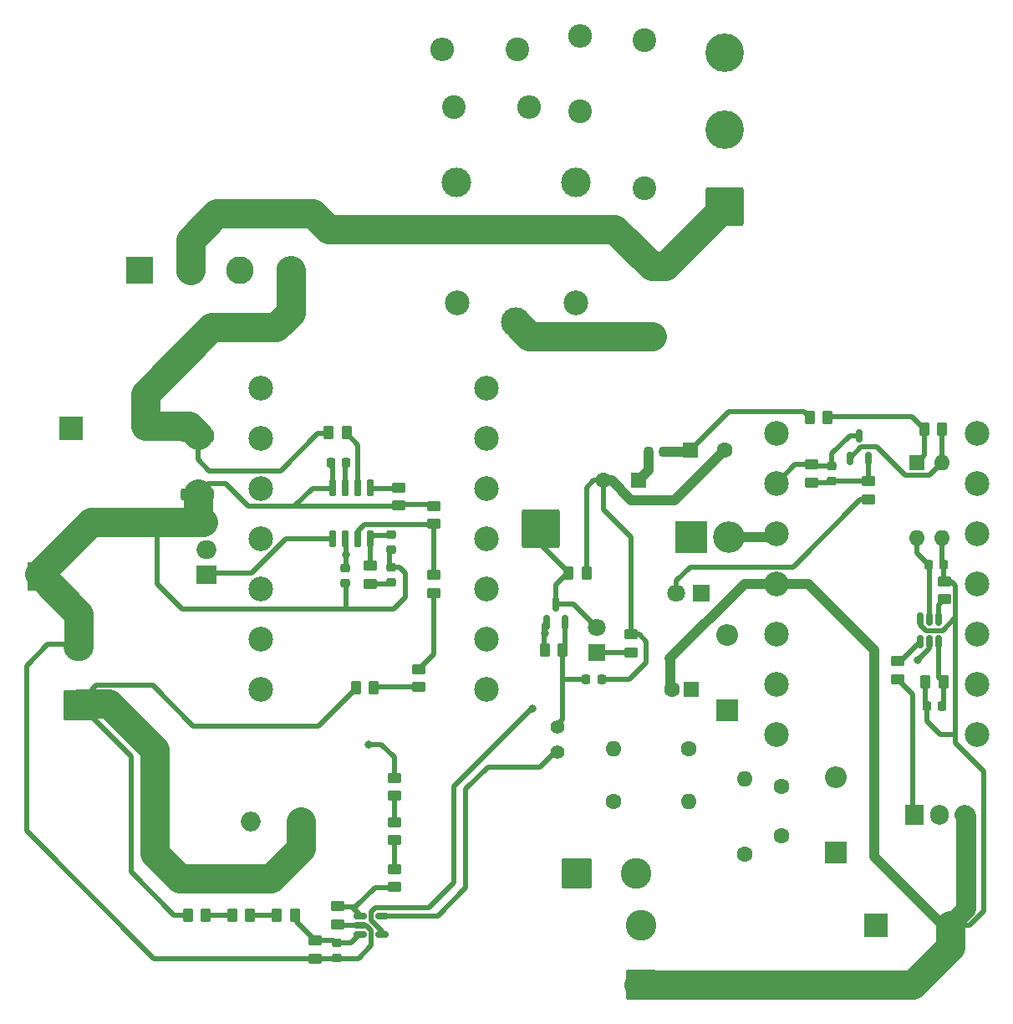
<source format=gbr>
%TF.GenerationSoftware,KiCad,Pcbnew,7.0.6-7.0.6~ubuntu22.04.1*%
%TF.CreationDate,2023-08-07T15:18:18+03:00*%
%TF.ProjectId,supply-uv,73757070-6c79-42d7-9576-2e6b69636164,rev?*%
%TF.SameCoordinates,Original*%
%TF.FileFunction,Copper,L2,Bot*%
%TF.FilePolarity,Positive*%
%FSLAX46Y46*%
G04 Gerber Fmt 4.6, Leading zero omitted, Abs format (unit mm)*
G04 Created by KiCad (PCBNEW 7.0.6-7.0.6~ubuntu22.04.1) date 2023-08-07 15:18:18*
%MOMM*%
%LPD*%
G01*
G04 APERTURE LIST*
G04 Aperture macros list*
%AMRoundRect*
0 Rectangle with rounded corners*
0 $1 Rounding radius*
0 $2 $3 $4 $5 $6 $7 $8 $9 X,Y pos of 4 corners*
0 Add a 4 corners polygon primitive as box body*
4,1,4,$2,$3,$4,$5,$6,$7,$8,$9,$2,$3,0*
0 Add four circle primitives for the rounded corners*
1,1,$1+$1,$2,$3*
1,1,$1+$1,$4,$5*
1,1,$1+$1,$6,$7*
1,1,$1+$1,$8,$9*
0 Add four rect primitives between the rounded corners*
20,1,$1+$1,$2,$3,$4,$5,0*
20,1,$1+$1,$4,$5,$6,$7,0*
20,1,$1+$1,$6,$7,$8,$9,0*
20,1,$1+$1,$8,$9,$2,$3,0*%
G04 Aperture macros list end*
%TA.AperFunction,ComponentPad*%
%ADD10O,2.400000X2.400000*%
%TD*%
%TA.AperFunction,ComponentPad*%
%ADD11C,2.400000*%
%TD*%
%TA.AperFunction,ComponentPad*%
%ADD12R,1.600000X1.600000*%
%TD*%
%TA.AperFunction,ComponentPad*%
%ADD13C,1.600000*%
%TD*%
%TA.AperFunction,ComponentPad*%
%ADD14R,1.905000X2.000000*%
%TD*%
%TA.AperFunction,ComponentPad*%
%ADD15O,1.905000X2.000000*%
%TD*%
%TA.AperFunction,ComponentPad*%
%ADD16R,2.800000X2.800000*%
%TD*%
%TA.AperFunction,ComponentPad*%
%ADD17C,2.800000*%
%TD*%
%TA.AperFunction,ComponentPad*%
%ADD18R,3.000000X3.000000*%
%TD*%
%TA.AperFunction,ComponentPad*%
%ADD19O,1.600000X1.600000*%
%TD*%
%TA.AperFunction,ComponentPad*%
%ADD20R,2.000000X2.000000*%
%TD*%
%TA.AperFunction,ComponentPad*%
%ADD21O,2.000000X2.000000*%
%TD*%
%TA.AperFunction,ComponentPad*%
%ADD22R,1.800000X1.800000*%
%TD*%
%TA.AperFunction,ComponentPad*%
%ADD23C,1.800000*%
%TD*%
%TA.AperFunction,ComponentPad*%
%ADD24R,2.200000X2.200000*%
%TD*%
%TA.AperFunction,ComponentPad*%
%ADD25O,2.200000X2.200000*%
%TD*%
%TA.AperFunction,ComponentPad*%
%ADD26R,2.400000X2.400000*%
%TD*%
%TA.AperFunction,ComponentPad*%
%ADD27R,2.000000X1.905000*%
%TD*%
%TA.AperFunction,ComponentPad*%
%ADD28O,2.000000X1.905000*%
%TD*%
%TA.AperFunction,ComponentPad*%
%ADD29C,2.500000*%
%TD*%
%TA.AperFunction,ComponentPad*%
%ADD30RoundRect,0.249999X1.300001X-1.300001X1.300001X1.300001X-1.300001X1.300001X-1.300001X-1.300001X0*%
%TD*%
%TA.AperFunction,ComponentPad*%
%ADD31C,3.100000*%
%TD*%
%TA.AperFunction,ComponentPad*%
%ADD32RoundRect,0.250002X-1.699998X-1.699998X1.699998X-1.699998X1.699998X1.699998X-1.699998X1.699998X0*%
%TD*%
%TA.AperFunction,ComponentPad*%
%ADD33RoundRect,0.250002X1.699998X-1.699998X1.699998X1.699998X-1.699998X1.699998X-1.699998X-1.699998X0*%
%TD*%
%TA.AperFunction,ComponentPad*%
%ADD34C,3.900000*%
%TD*%
%TA.AperFunction,ComponentPad*%
%ADD35R,3.200000X3.200000*%
%TD*%
%TA.AperFunction,ComponentPad*%
%ADD36O,3.200000X3.200000*%
%TD*%
%TA.AperFunction,ComponentPad*%
%ADD37RoundRect,0.249999X-1.300001X-1.300001X1.300001X-1.300001X1.300001X1.300001X-1.300001X1.300001X0*%
%TD*%
%TA.AperFunction,ComponentPad*%
%ADD38C,1.400000*%
%TD*%
%TA.AperFunction,ComponentPad*%
%ADD39C,3.000000*%
%TD*%
%TA.AperFunction,SMDPad,CuDef*%
%ADD40RoundRect,0.225000X-0.250000X0.225000X-0.250000X-0.225000X0.250000X-0.225000X0.250000X0.225000X0*%
%TD*%
%TA.AperFunction,SMDPad,CuDef*%
%ADD41RoundRect,0.250000X-0.262500X-0.450000X0.262500X-0.450000X0.262500X0.450000X-0.262500X0.450000X0*%
%TD*%
%TA.AperFunction,SMDPad,CuDef*%
%ADD42RoundRect,0.250000X0.262500X0.450000X-0.262500X0.450000X-0.262500X-0.450000X0.262500X-0.450000X0*%
%TD*%
%TA.AperFunction,SMDPad,CuDef*%
%ADD43RoundRect,0.250000X0.450000X-0.262500X0.450000X0.262500X-0.450000X0.262500X-0.450000X-0.262500X0*%
%TD*%
%TA.AperFunction,SMDPad,CuDef*%
%ADD44RoundRect,0.250000X-0.450000X0.262500X-0.450000X-0.262500X0.450000X-0.262500X0.450000X0.262500X0*%
%TD*%
%TA.AperFunction,SMDPad,CuDef*%
%ADD45RoundRect,0.150000X-0.150000X0.725000X-0.150000X-0.725000X0.150000X-0.725000X0.150000X0.725000X0*%
%TD*%
%TA.AperFunction,SMDPad,CuDef*%
%ADD46RoundRect,0.225000X0.225000X0.250000X-0.225000X0.250000X-0.225000X-0.250000X0.225000X-0.250000X0*%
%TD*%
%TA.AperFunction,SMDPad,CuDef*%
%ADD47RoundRect,0.218750X0.218750X0.256250X-0.218750X0.256250X-0.218750X-0.256250X0.218750X-0.256250X0*%
%TD*%
%TA.AperFunction,SMDPad,CuDef*%
%ADD48RoundRect,0.150000X-0.512500X-0.150000X0.512500X-0.150000X0.512500X0.150000X-0.512500X0.150000X0*%
%TD*%
%TA.AperFunction,SMDPad,CuDef*%
%ADD49RoundRect,0.225000X-0.225000X-0.250000X0.225000X-0.250000X0.225000X0.250000X-0.225000X0.250000X0*%
%TD*%
%TA.AperFunction,SMDPad,CuDef*%
%ADD50RoundRect,0.150000X-0.150000X0.512500X-0.150000X-0.512500X0.150000X-0.512500X0.150000X0.512500X0*%
%TD*%
%TA.AperFunction,SMDPad,CuDef*%
%ADD51RoundRect,0.250000X-1.425000X0.362500X-1.425000X-0.362500X1.425000X-0.362500X1.425000X0.362500X0*%
%TD*%
%TA.AperFunction,SMDPad,CuDef*%
%ADD52RoundRect,0.150000X0.150000X-0.512500X0.150000X0.512500X-0.150000X0.512500X-0.150000X-0.512500X0*%
%TD*%
%TA.AperFunction,SMDPad,CuDef*%
%ADD53RoundRect,0.225000X0.250000X-0.225000X0.250000X0.225000X-0.250000X0.225000X-0.250000X-0.225000X0*%
%TD*%
%TA.AperFunction,SMDPad,CuDef*%
%ADD54RoundRect,0.150000X0.150000X-0.587500X0.150000X0.587500X-0.150000X0.587500X-0.150000X-0.587500X0*%
%TD*%
%TA.AperFunction,ViaPad*%
%ADD55C,0.800000*%
%TD*%
%TA.AperFunction,Conductor*%
%ADD56C,3.000000*%
%TD*%
%TA.AperFunction,Conductor*%
%ADD57C,0.500000*%
%TD*%
%TA.AperFunction,Conductor*%
%ADD58C,1.000000*%
%TD*%
%TA.AperFunction,Conductor*%
%ADD59C,2.000000*%
%TD*%
G04 APERTURE END LIST*
D10*
%TO.P,R3,2*%
%TO.N,/Input power with filter/STARTUP_PROTECT_OUT*%
X112660000Y-58800000D03*
D11*
%TO.P,R3,1*%
%TO.N,Net-(R2-Pad2)*%
X105040000Y-58800000D03*
%TD*%
%TO.P,R2,1*%
%TO.N,Net-(R1-Pad2)*%
X111460000Y-53000000D03*
D10*
%TO.P,R2,2*%
%TO.N,Net-(R2-Pad2)*%
X103840000Y-53000000D03*
%TD*%
D11*
%TO.P,R1,1*%
%TO.N,/Input power with filter/STARTUP_PROTECT_IN*%
X117800000Y-59210000D03*
D10*
%TO.P,R1,2*%
%TO.N,Net-(R1-Pad2)*%
X117800000Y-51590000D03*
%TD*%
D12*
%TO.P,C4,1*%
%TO.N,Net-(D3-K)*%
X129105113Y-117737500D03*
D13*
%TO.P,C4,2*%
%TO.N,/Input power with filter/HV_GND*%
X127105113Y-117737500D03*
%TD*%
D14*
%TO.P,QP2,1,G*%
%TO.N,Net-(QP2-G)*%
X151720000Y-130400000D03*
D15*
%TO.P,QP2,2,D*%
%TO.N,Net-(D2-A)*%
X154260000Y-130400000D03*
%TO.P,QP2,3,S*%
%TO.N,/Input power with filter/HV_GND*%
X156800000Y-130400000D03*
%TD*%
D16*
%TO.P,D1,1,+*%
%TO.N,/Input power with filter/VOUT_PRE_PFC*%
X73192500Y-75280000D03*
D17*
%TO.P,D1,2*%
%TO.N,Net-(J3-Pin_1)*%
X78272500Y-75280000D03*
%TO.P,D1,3*%
%TO.N,/Input power with filter/STARTUP_PROTECT_OUT*%
X83352500Y-75280000D03*
%TO.P,D1,4,-*%
%TO.N,/Input power with filter/VOUT_PRE_GND*%
X88432500Y-75280000D03*
%TD*%
D18*
%TO.P,TP1,1,1*%
%TO.N,/Input power with filter/HV_GND*%
X63250000Y-106337500D03*
%TD*%
D13*
%TO.P,R8,1*%
%TO.N,Net-(D2-K)*%
X134500000Y-134410000D03*
D19*
%TO.P,R8,2*%
%TO.N,/Input power with filter/OUT_400V*%
X134500000Y-126790000D03*
%TD*%
D20*
%TO.P,DP1,1,K*%
%TO.N,Net-(DP1-K)*%
X89540000Y-131142500D03*
D21*
%TO.P,DP1,2,A*%
%TO.N,Net-(DP1-A)*%
X84460000Y-131142500D03*
%TD*%
D22*
%TO.P,D6,1,K*%
%TO.N,Net-(D6-K)*%
X130050000Y-108037500D03*
D23*
%TO.P,D6,2,A*%
%TO.N,Net-(D6-A)*%
X127510000Y-108037500D03*
%TD*%
D22*
%TO.P,D5,1,K*%
%TO.N,Net-(D5-K)*%
X119500000Y-113975000D03*
D23*
%TO.P,D5,2,A*%
%TO.N,/Standby Supply/V_STANDBY*%
X119500000Y-111435000D03*
%TD*%
D24*
%TO.P,D3,1,K*%
%TO.N,Net-(D3-K)*%
X132700000Y-119837500D03*
D25*
%TO.P,D3,2,A*%
%TO.N,Net-(D3-A)*%
X132700000Y-112217500D03*
%TD*%
D26*
%TO.P,C3,1*%
%TO.N,/Input power with filter/OUT_400V*%
X147787246Y-141600000D03*
D11*
%TO.P,C3,2*%
%TO.N,/Input power with filter/HV_GND*%
X155287246Y-141600000D03*
%TD*%
D27*
%TO.P,QP1,1,G*%
%TO.N,Net-(QP1-G)*%
X79945000Y-106127500D03*
D28*
%TO.P,QP1,2,D*%
%TO.N,Net-(DP1-A)*%
X79945000Y-103587500D03*
%TO.P,QP1,3,S*%
%TO.N,/Input power with filter/HV_GND*%
X79945000Y-101047500D03*
%TD*%
D12*
%TO.P,C8,1*%
%TO.N,Net-(D4-K)*%
X129000000Y-93500000D03*
D13*
%TO.P,C8,2*%
%TO.N,/Input power with filter/HV_GND*%
X132500000Y-93500000D03*
%TD*%
%TO.P,R7,1*%
%TO.N,Net-(D3-K)*%
X128850000Y-123737500D03*
D19*
%TO.P,R7,2*%
%TO.N,Net-(R6-Pad1)*%
X121230000Y-123737500D03*
%TD*%
D29*
%TO.P,TR1,1*%
%TO.N,N/C*%
X108360000Y-117747500D03*
%TO.P,TR1,2,2*%
%TO.N,Net-(DP1-A)*%
X85500000Y-117747500D03*
%TO.P,TR1,3*%
%TO.N,N/C*%
X108360000Y-112667500D03*
%TO.P,TR1,4,4*%
%TO.N,Net-(DP1-A)*%
X85500000Y-112667500D03*
%TO.P,TR1,5*%
%TO.N,N/C*%
X108360000Y-107587500D03*
%TO.P,TR1,6*%
X85500000Y-107587500D03*
%TO.P,TR1,7*%
X108360000Y-102507500D03*
%TO.P,TR1,8*%
X85500000Y-102507500D03*
%TO.P,TR1,9*%
X108360000Y-97427500D03*
%TO.P,TR1,10*%
X85500000Y-97427500D03*
%TO.P,TR1,11*%
X108360000Y-92347500D03*
%TO.P,TR1,12,12*%
%TO.N,/Input power with filter/VOUT_PRE_PFC*%
X85500000Y-92347500D03*
%TO.P,TR1,13*%
%TO.N,N/C*%
X108360000Y-87267500D03*
%TO.P,TR1,14,14*%
%TO.N,/Input power with filter/VOUT_PRE_PFC*%
X85500000Y-87267500D03*
%TD*%
D30*
%TO.P,J1,1,Pin_1*%
%TO.N,/Input power with filter/HV_GND*%
X124000000Y-147587500D03*
D31*
%TO.P,J1,2,Pin_2*%
%TO.N,/Input power with filter/OUT_400V*%
X124000000Y-141587500D03*
%TD*%
D32*
%TO.P,J2,1,Pin_1*%
%TO.N,/Standby Supply/V_STANDBY*%
X113800000Y-101500000D03*
%TD*%
D17*
%TO.P,RV1,1*%
%TO.N,Net-(J3-Pin_1)*%
X125100000Y-74615000D03*
%TO.P,RV1,2*%
%TO.N,/Input power with filter/STARTUP_PROTECT_IN*%
X125100000Y-81985000D03*
%TD*%
D29*
%TO.P,TR2,1*%
%TO.N,N/C*%
X137690000Y-91797500D03*
%TO.P,TR2,2*%
X158010000Y-91797500D03*
%TO.P,TR2,3,3*%
%TO.N,/Input power with filter/HV_GND*%
X137690000Y-96877500D03*
%TO.P,TR2,4*%
%TO.N,N/C*%
X158010000Y-96877500D03*
%TO.P,TR2,5,5*%
%TO.N,Net-(D4-A)*%
X137690000Y-101957500D03*
%TO.P,TR2,6*%
%TO.N,N/C*%
X158010000Y-101957500D03*
%TO.P,TR2,7,7*%
%TO.N,/Input power with filter/HV_GND*%
X137690000Y-107037500D03*
%TO.P,TR2,8*%
%TO.N,N/C*%
X158010000Y-107037500D03*
%TO.P,TR2,9,9*%
%TO.N,Net-(D3-A)*%
X137690000Y-112117500D03*
%TO.P,TR2,10*%
%TO.N,N/C*%
X158010000Y-112117500D03*
%TO.P,TR2,11,11*%
%TO.N,Net-(D2-A)*%
X137690000Y-117197500D03*
%TO.P,TR2,12*%
%TO.N,N/C*%
X158010000Y-117197500D03*
%TO.P,TR2,13,13*%
%TO.N,/Input power with filter/OUT_400V*%
X137690000Y-122277500D03*
%TO.P,TR2,14*%
%TO.N,N/C*%
X158010000Y-122277500D03*
%TD*%
D26*
%TO.P,C1,1*%
%TO.N,/Input power with filter/VOUT_PRE_PFC*%
X66272220Y-91337500D03*
D11*
%TO.P,C1,2*%
%TO.N,/Input power with filter/VOUT_PRE_GND*%
X73772220Y-91337500D03*
%TD*%
D13*
%TO.P,C6,1*%
%TO.N,Net-(D2-K)*%
X138200000Y-132587500D03*
%TO.P,C6,2*%
%TO.N,/Input power with filter/OUT_400V*%
X138200000Y-127587500D03*
%TD*%
D33*
%TO.P,J3,1,Pin_1*%
%TO.N,Net-(J3-Pin_1)*%
X132500000Y-68900000D03*
D34*
%TO.P,J3,2,Pin_2*%
%TO.N,/Input power with filter/STARTUP_PROTECT_IN*%
X132500000Y-61100000D03*
%TO.P,J3,3,Pin_3*%
%TO.N,Net-(J3-Pin_3)*%
X132500000Y-53300000D03*
%TD*%
D30*
%TO.P,CP5,1*%
%TO.N,Net-(DP1-K)*%
X67000000Y-119337500D03*
D31*
%TO.P,CP5,2*%
%TO.N,/Input power with filter/HV_GND*%
X67000000Y-113337500D03*
%TD*%
D35*
%TO.P,D4,1,K*%
%TO.N,Net-(D4-K)*%
X129095000Y-102300000D03*
D36*
%TO.P,D4,2,A*%
%TO.N,Net-(D4-A)*%
X132905000Y-102300000D03*
%TD*%
D11*
%TO.P,Y1,1*%
%TO.N,Net-(J3-Pin_3)*%
X124300000Y-52000000D03*
%TO.P,Y1,2*%
%TO.N,/Input power with filter/VOUT_PRE_GND*%
X124300000Y-67000000D03*
%TD*%
D37*
%TO.P,F1,1*%
%TO.N,Net-(DP1-K)*%
X117500000Y-136337500D03*
D31*
%TO.P,F1,2*%
%TO.N,/Input power with filter/OUT_400V*%
X123500000Y-136337500D03*
%TD*%
D13*
%TO.P,R6,1*%
%TO.N,Net-(R6-Pad1)*%
X121190000Y-129087500D03*
D19*
%TO.P,R6,2*%
%TO.N,/Input power with filter/OUT_400V*%
X128810000Y-129087500D03*
%TD*%
D38*
%TO.P,JP1,1,A*%
%TO.N,/Input power with filter/PFC_OK#*%
X115500000Y-124087500D03*
%TO.P,JP1,2,B*%
%TO.N,Net-(JP1-B)*%
X115500000Y-121547500D03*
%TD*%
D39*
%TO.P,K1,1*%
%TO.N,/Input power with filter/STARTUP_PROTECT_IN*%
X111300000Y-80600000D03*
D29*
%TO.P,K1,2*%
%TO.N,/Input power with filter/HV_GND*%
X117350000Y-78650000D03*
D39*
%TO.P,K1,3*%
%TO.N,/Input power with filter/STARTUP_PROTECT_OUT*%
X117350000Y-66450000D03*
%TO.P,K1,4*%
%TO.N,unconnected-(K1-Pad4)*%
X105300000Y-66400000D03*
D29*
%TO.P,K1,5*%
%TO.N,Net-(K1-Pad5)*%
X105350000Y-78650000D03*
%TD*%
D24*
%TO.P,D2,1,K*%
%TO.N,Net-(D2-K)*%
X143700000Y-134210000D03*
D25*
%TO.P,D2,2,A*%
%TO.N,Net-(D2-A)*%
X143700000Y-126590000D03*
%TD*%
D12*
%TO.P,C10,1*%
%TO.N,Net-(D6-A)*%
X123700000Y-96600000D03*
D13*
%TO.P,C10,2*%
%TO.N,/Input power with filter/HV_GND*%
X120200000Y-96600000D03*
%TD*%
D40*
%TO.P,CP4,1*%
%TO.N,/Input power with filter/PFC_VCC*%
X94050000Y-105462500D03*
%TO.P,CP4,2*%
%TO.N,/Input power with filter/HV_GND*%
X94050000Y-107012500D03*
%TD*%
D41*
%TO.P,RP14,1*%
%TO.N,Net-(RP13-Pad2)*%
X82587500Y-140587500D03*
%TO.P,RP14,2*%
%TO.N,Net-(RP14-Pad2)*%
X84412500Y-140587500D03*
%TD*%
D42*
%TO.P,R18,1*%
%TO.N,/Input power with filter/HV_GND*%
X118462500Y-105937500D03*
%TO.P,R18,2*%
%TO.N,/Standby Supply/V_STANDBY*%
X116637500Y-105937500D03*
%TD*%
D43*
%TO.P,RP11,1*%
%TO.N,Net-(RP10-Pad2)*%
X103000000Y-108000000D03*
%TO.P,RP11,2*%
%TO.N,/Input power with filter/PFC_VSENSE*%
X103000000Y-106175000D03*
%TD*%
D42*
%TO.P,RP4,1*%
%TO.N,Net-(U1-ISENSE)*%
X94162500Y-91737500D03*
%TO.P,RP4,2*%
%TO.N,/Input power with filter/VOUT_PRE_GND*%
X92337500Y-91737500D03*
%TD*%
D12*
%TO.P,U4,1*%
%TO.N,Net-(R12-Pad1)*%
X151925000Y-94800000D03*
D19*
%TO.P,U4,2*%
%TO.N,Net-(U5-K)*%
X154465000Y-94800000D03*
%TO.P,U4,3*%
%TO.N,/Input power with filter/HV_GND*%
X154465000Y-102420000D03*
%TO.P,U4,4*%
%TO.N,/Standby Supply/FEEDBACK*%
X151925000Y-102420000D03*
%TD*%
D44*
%TO.P,R5,1*%
%TO.N,/Input power with filter/HV_GND*%
X154700000Y-106787500D03*
%TO.P,R5,2*%
%TO.N,Net-(U3-RT)*%
X154700000Y-108612500D03*
%TD*%
D42*
%TO.P,R17,1*%
%TO.N,Net-(JP1-B)*%
X116062500Y-113737500D03*
%TO.P,R17,2*%
%TO.N,/Input power with filter/PFC_VCC*%
X114237500Y-113737500D03*
%TD*%
D44*
%TO.P,R15,1*%
%TO.N,/Input power with filter/HV_GND*%
X141300000Y-94987500D03*
%TO.P,R15,2*%
%TO.N,Net-(U5-REF)*%
X141300000Y-96812500D03*
%TD*%
D43*
%TO.P,R9,1*%
%TO.N,Net-(QP2-G)*%
X150000000Y-116712500D03*
%TO.P,R9,2*%
%TO.N,Net-(U3-GATE)*%
X150000000Y-114887500D03*
%TD*%
D44*
%TO.P,R14,1*%
%TO.N,Net-(U5-REF)*%
X147000000Y-96687500D03*
%TO.P,R14,2*%
%TO.N,Net-(D6-A)*%
X147000000Y-98512500D03*
%TD*%
%TO.P,RP1,1*%
%TO.N,Net-(U1-FREQ)*%
X99450000Y-97325000D03*
%TO.P,RP1,2*%
%TO.N,/Input power with filter/HV_GND*%
X99450000Y-99150000D03*
%TD*%
%TO.P,RP8,1*%
%TO.N,/Input power with filter/PFC_PRE_DIV*%
X93250000Y-139675000D03*
%TO.P,RP8,2*%
%TO.N,/Input power with filter/HV_GND*%
X93250000Y-141500000D03*
%TD*%
D41*
%TO.P,RP9,1*%
%TO.N,Net-(DP1-K)*%
X95087500Y-117587500D03*
%TO.P,RP9,2*%
%TO.N,Net-(RP10-Pad1)*%
X96912500Y-117587500D03*
%TD*%
D44*
%TO.P,RP5,1*%
%TO.N,/Input power with filter/VOUT_PRE_PFC*%
X99000000Y-126675000D03*
%TO.P,RP5,2*%
%TO.N,Net-(RP5-Pad2)*%
X99000000Y-128500000D03*
%TD*%
D45*
%TO.P,U1,1,GND*%
%TO.N,/Input power with filter/HV_GND*%
X92745000Y-97362500D03*
%TO.P,U1,2,ICOMP*%
%TO.N,Net-(U1-ICOMP)*%
X94015000Y-97362500D03*
%TO.P,U1,3,ISENSE*%
%TO.N,Net-(U1-ISENSE)*%
X95285000Y-97362500D03*
%TO.P,U1,4,FREQ*%
%TO.N,Net-(U1-FREQ)*%
X96555000Y-97362500D03*
%TO.P,U1,5,VCOMP*%
%TO.N,Net-(U1-VCOMP)*%
X96555000Y-102512500D03*
%TO.P,U1,6,VSENSE*%
%TO.N,/Input power with filter/PFC_VSENSE*%
X95285000Y-102512500D03*
%TO.P,U1,7,VCC*%
%TO.N,/Input power with filter/PFC_VCC*%
X94015000Y-102512500D03*
%TO.P,U1,8,GATE*%
%TO.N,Net-(QP1-G)*%
X92745000Y-102512500D03*
%TD*%
D46*
%TO.P,C11,1*%
%TO.N,/Input power with filter/HV_GND*%
X119975000Y-116700000D03*
%TO.P,C11,2*%
%TO.N,Net-(JP1-B)*%
X118425000Y-116700000D03*
%TD*%
D42*
%TO.P,R13,1*%
%TO.N,Net-(U5-K)*%
X154512500Y-91400000D03*
%TO.P,R13,2*%
%TO.N,Net-(R12-Pad1)*%
X152687500Y-91400000D03*
%TD*%
D44*
%TO.P,RP3,1*%
%TO.N,Net-(U1-VCOMP)*%
X96550000Y-105225000D03*
%TO.P,RP3,2*%
%TO.N,Net-(CP2-Pad1)*%
X96550000Y-107050000D03*
%TD*%
%TO.P,RP16,1*%
%TO.N,Net-(U2--)*%
X91000000Y-143175000D03*
%TO.P,RP16,2*%
%TO.N,/Input power with filter/HV_GND*%
X91000000Y-145000000D03*
%TD*%
D47*
%TO.P,L1,1,1*%
%TO.N,Net-(D4-K)*%
X126300000Y-93700000D03*
%TO.P,L1,2,2*%
%TO.N,Net-(D6-A)*%
X124725000Y-93700000D03*
%TD*%
D48*
%TO.P,U2,1,-*%
%TO.N,Net-(U2--)*%
X95512500Y-142587500D03*
%TO.P,U2,2,V-*%
%TO.N,/Input power with filter/HV_GND*%
X95512500Y-141637500D03*
%TO.P,U2,3,+*%
%TO.N,/Input power with filter/PFC_PRE_DIV*%
X95512500Y-140687500D03*
%TO.P,U2,4*%
%TO.N,/Input power with filter/PFC_OK#*%
X97787500Y-140687500D03*
%TO.P,U2,5,V+*%
%TO.N,/Input power with filter/PFC_VCC*%
X97787500Y-142587500D03*
%TD*%
D49*
%TO.P,C5,1*%
%TO.N,/Input power with filter/HV_GND*%
X152925000Y-119400000D03*
%TO.P,C5,2*%
%TO.N,Net-(U3-CS)*%
X154475000Y-119400000D03*
%TD*%
D44*
%TO.P,RP6,1*%
%TO.N,Net-(RP5-Pad2)*%
X99000000Y-131175000D03*
%TO.P,RP6,2*%
%TO.N,Net-(RP6-Pad2)*%
X99000000Y-133000000D03*
%TD*%
D50*
%TO.P,U3,1,GND*%
%TO.N,/Input power with filter/HV_GND*%
X152250000Y-110662500D03*
%TO.P,U3,2,COMP*%
%TO.N,/Standby Supply/FEEDBACK*%
X153200000Y-110662500D03*
%TO.P,U3,3,RT*%
%TO.N,Net-(U3-RT)*%
X154150000Y-110662500D03*
%TO.P,U3,4,CS*%
%TO.N,Net-(U3-CS)*%
X154150000Y-112937500D03*
%TO.P,U3,5,VDD*%
%TO.N,Net-(D3-K)*%
X153200000Y-112937500D03*
%TO.P,U3,6,GATE*%
%TO.N,Net-(U3-GATE)*%
X152250000Y-112937500D03*
%TD*%
D51*
%TO.P,RP2,1*%
%TO.N,/Input power with filter/VOUT_PRE_GND*%
X79050000Y-92075000D03*
%TO.P,RP2,2*%
%TO.N,/Input power with filter/HV_GND*%
X79050000Y-98000000D03*
%TD*%
D52*
%TO.P,U5,1,REF*%
%TO.N,Net-(U5-REF)*%
X147050000Y-94337500D03*
%TO.P,U5,2,K*%
%TO.N,Net-(U5-K)*%
X145150000Y-94337500D03*
%TO.P,U5,3,A*%
%TO.N,/Input power with filter/HV_GND*%
X146100000Y-92062500D03*
%TD*%
D43*
%TO.P,RP12,1*%
%TO.N,/Input power with filter/PFC_VSENSE*%
X103000000Y-101000000D03*
%TO.P,RP12,2*%
%TO.N,/Input power with filter/HV_GND*%
X103000000Y-99175000D03*
%TD*%
D44*
%TO.P,RP7,1*%
%TO.N,Net-(RP6-Pad2)*%
X99000000Y-135925000D03*
%TO.P,RP7,2*%
%TO.N,/Input power with filter/PFC_PRE_DIV*%
X99000000Y-137750000D03*
%TD*%
D46*
%TO.P,C7,1*%
%TO.N,/Input power with filter/HV_GND*%
X154675000Y-105100000D03*
%TO.P,C7,2*%
%TO.N,/Standby Supply/FEEDBACK*%
X153125000Y-105100000D03*
%TD*%
D40*
%TO.P,C2,1*%
%TO.N,Net-(U2--)*%
X93150000Y-143362500D03*
%TO.P,C2,2*%
%TO.N,/Input power with filter/HV_GND*%
X93150000Y-144912500D03*
%TD*%
D41*
%TO.P,R10,1*%
%TO.N,/Input power with filter/HV_GND*%
X152787500Y-117000000D03*
%TO.P,R10,2*%
%TO.N,Net-(U3-CS)*%
X154612500Y-117000000D03*
%TD*%
D44*
%TO.P,R11,1*%
%TO.N,/Input power with filter/HV_GND*%
X123000000Y-112187500D03*
%TO.P,R11,2*%
%TO.N,Net-(D5-K)*%
X123000000Y-114012500D03*
%TD*%
D46*
%TO.P,CP1,1*%
%TO.N,Net-(U1-ICOMP)*%
X94125000Y-94837500D03*
%TO.P,CP1,2*%
%TO.N,/Input power with filter/HV_GND*%
X92575000Y-94837500D03*
%TD*%
D53*
%TO.P,CP2,1*%
%TO.N,Net-(CP2-Pad1)*%
X98650000Y-106912500D03*
%TO.P,CP2,2*%
%TO.N,/Input power with filter/HV_GND*%
X98650000Y-105362500D03*
%TD*%
D40*
%TO.P,C9,1*%
%TO.N,/Input power with filter/HV_GND*%
X143300000Y-95125000D03*
%TO.P,C9,2*%
%TO.N,Net-(U5-REF)*%
X143300000Y-96675000D03*
%TD*%
D41*
%TO.P,RP15,1*%
%TO.N,Net-(RP14-Pad2)*%
X87087500Y-140587500D03*
%TO.P,RP15,2*%
%TO.N,Net-(U2--)*%
X88912500Y-140587500D03*
%TD*%
D54*
%TO.P,Q1,1,G*%
%TO.N,Net-(JP1-B)*%
X116300000Y-110975000D03*
%TO.P,Q1,2,S*%
%TO.N,/Input power with filter/PFC_VCC*%
X114400000Y-110975000D03*
%TO.P,Q1,3,D*%
%TO.N,/Standby Supply/V_STANDBY*%
X115350000Y-109100000D03*
%TD*%
D40*
%TO.P,CP3,1*%
%TO.N,Net-(U1-VCOMP)*%
X98650000Y-102062500D03*
%TO.P,CP3,2*%
%TO.N,/Input power with filter/HV_GND*%
X98650000Y-103612500D03*
%TD*%
D42*
%TO.P,R12,1*%
%TO.N,Net-(R12-Pad1)*%
X142912500Y-90200000D03*
%TO.P,R12,2*%
%TO.N,Net-(D4-K)*%
X141087500Y-90200000D03*
%TD*%
D41*
%TO.P,RP13,1*%
%TO.N,Net-(DP1-K)*%
X78087500Y-140587500D03*
%TO.P,RP13,2*%
%TO.N,Net-(RP13-Pad2)*%
X79912500Y-140587500D03*
%TD*%
D43*
%TO.P,RP10,1*%
%TO.N,Net-(RP10-Pad1)*%
X101500000Y-117500000D03*
%TO.P,RP10,2*%
%TO.N,Net-(RP10-Pad2)*%
X101500000Y-115675000D03*
%TD*%
D55*
%TO.N,/Input power with filter/VOUT_PRE_PFC*%
X96400000Y-123287500D03*
%TO.N,Net-(D3-K)*%
X152000000Y-114800000D03*
%TO.N,/Input power with filter/PFC_VCC*%
X94100000Y-104087500D03*
X113000000Y-119700000D03*
X114250000Y-112087500D03*
%TD*%
D56*
%TO.N,/Input power with filter/STARTUP_PROTECT_IN*%
X125100000Y-81985000D02*
X112685000Y-81985000D01*
X112685000Y-81985000D02*
X111300000Y-80600000D01*
D57*
%TO.N,/Input power with filter/VOUT_PRE_PFC*%
X99000000Y-124587500D02*
X99000000Y-126662500D01*
X97700000Y-123287500D02*
X99000000Y-124587500D01*
X96400000Y-123287500D02*
X97700000Y-123287500D01*
D56*
%TO.N,/Input power with filter/VOUT_PRE_GND*%
X78162500Y-91087500D02*
X79100000Y-92025000D01*
X73750000Y-91087500D02*
X78162500Y-91087500D01*
X88482500Y-79605000D02*
X88482500Y-75330000D01*
X73750000Y-91087500D02*
X73750000Y-87837500D01*
D57*
X92337500Y-91837500D02*
X91250000Y-91837500D01*
D56*
X87000000Y-81087500D02*
X88482500Y-79605000D01*
X73750000Y-87837500D02*
X80500000Y-81087500D01*
D57*
X79100000Y-94487500D02*
X79100000Y-92025000D01*
X87462500Y-95625000D02*
X80237500Y-95625000D01*
X80237500Y-95625000D02*
X79100000Y-94487500D01*
X91250000Y-91837500D02*
X87462500Y-95625000D01*
D56*
X80500000Y-81087500D02*
X87000000Y-81087500D01*
D57*
%TO.N,Net-(U2--)*%
X89075000Y-141250000D02*
X91000000Y-143175000D01*
X92877500Y-143175000D02*
X93115000Y-143412500D01*
X94650000Y-143412500D02*
X95475000Y-142587500D01*
X89075000Y-140587500D02*
X89075000Y-141250000D01*
X93115000Y-143412500D02*
X94650000Y-143412500D01*
X91000000Y-143175000D02*
X92877500Y-143175000D01*
%TO.N,/Input power with filter/HV_GND*%
X98535000Y-103762500D02*
X98535000Y-105387500D01*
X123000000Y-112187500D02*
X123000000Y-102300000D01*
D58*
X126955113Y-117837500D02*
X126955113Y-114632387D01*
D57*
X77500000Y-109587500D02*
X94100000Y-109587500D01*
D59*
X155287246Y-141600000D02*
X156900000Y-139987246D01*
D57*
X99500000Y-105387500D02*
X100100000Y-105987500D01*
X154465000Y-104890000D02*
X154675000Y-105100000D01*
X155287246Y-141600000D02*
X157300000Y-141600000D01*
D56*
X155287246Y-141600000D02*
X155287246Y-143812754D01*
D57*
X155850000Y-107250000D02*
X155387500Y-106787500D01*
X92780000Y-97387500D02*
X92780000Y-95342500D01*
X94100000Y-109587500D02*
X94100000Y-107062500D01*
D56*
X67000000Y-110087500D02*
X63000000Y-106087500D01*
D57*
X152250000Y-110662500D02*
X152250000Y-111223528D01*
X96650000Y-143687500D02*
X95375000Y-144962500D01*
X119200000Y-96600000D02*
X120200000Y-96600000D01*
D56*
X68277500Y-100810000D02*
X79630000Y-100810000D01*
D57*
X152925000Y-119400000D02*
X152925000Y-120925000D01*
X158700000Y-140200000D02*
X158700000Y-126000000D01*
D56*
X67000000Y-113167500D02*
X67000000Y-110087500D01*
D58*
X127400000Y-98600000D02*
X123000000Y-98600000D01*
D57*
X93387500Y-141637500D02*
X96150000Y-141637500D01*
X152826472Y-111800000D02*
X154523528Y-111800000D01*
X96650000Y-142137500D02*
X96650000Y-143687500D01*
X154465000Y-102420000D02*
X154465000Y-104890000D01*
D56*
X151512500Y-147587500D02*
X123750000Y-147587500D01*
D57*
X120200000Y-99500000D02*
X120200000Y-96600000D01*
D56*
X63000000Y-106087500D02*
X68277500Y-100810000D01*
D58*
X154187246Y-141287246D02*
X147600000Y-134700000D01*
D57*
X100100000Y-108387500D02*
X98900000Y-109587500D01*
X143300000Y-95125000D02*
X143300000Y-93900000D01*
X96150000Y-141637500D02*
X96650000Y-142137500D01*
X75000000Y-107087500D02*
X75000000Y-99810000D01*
X119975000Y-116700000D02*
X122800000Y-116700000D01*
X143300000Y-93900000D02*
X145137500Y-92062500D01*
X155387500Y-106787500D02*
X154700000Y-106787500D01*
D58*
X140900000Y-107037500D02*
X137690000Y-107037500D01*
D57*
X92780000Y-95342500D02*
X92525000Y-95087500D01*
X145137500Y-92062500D02*
X146100000Y-92062500D01*
X100100000Y-105987500D02*
X100100000Y-108387500D01*
X154675000Y-105100000D02*
X154675000Y-106762500D01*
X124500000Y-112900000D02*
X123787500Y-112187500D01*
X154300000Y-122300000D02*
X155850000Y-122300000D01*
X65920000Y-113167500D02*
X63920000Y-113167500D01*
D59*
X156900000Y-139987246D02*
X156900000Y-130500000D01*
D57*
X123000000Y-102300000D02*
X120200000Y-99500000D01*
X74662500Y-145000000D02*
X91000000Y-145000000D01*
X98900000Y-109587500D02*
X94100000Y-109587500D01*
D56*
X79100000Y-97950000D02*
X79100000Y-100280000D01*
D57*
X61750000Y-132087500D02*
X74662500Y-145000000D01*
X91000000Y-145000000D02*
X93077500Y-145000000D01*
X88880000Y-99207500D02*
X90700000Y-97387500D01*
D56*
X79100000Y-100280000D02*
X79630000Y-100810000D01*
D57*
X143300000Y-95125000D02*
X141437500Y-95125000D01*
X154523528Y-111800000D02*
X155850000Y-110473528D01*
X158700000Y-126000000D02*
X155850000Y-123150000D01*
X155850000Y-123150000D02*
X155850000Y-121800000D01*
X80162500Y-96887500D02*
X79100000Y-97950000D01*
X61750000Y-115337500D02*
X61750000Y-132087500D01*
D58*
X154987246Y-141287246D02*
X154187246Y-141287246D01*
D57*
X88880000Y-99207500D02*
X84220000Y-99207500D01*
X141300000Y-94987500D02*
X139580000Y-94987500D01*
X77500000Y-109587500D02*
X75000000Y-107087500D01*
X84220000Y-99207500D02*
X81900000Y-96887500D01*
X139580000Y-94987500D02*
X137690000Y-96877500D01*
X118462500Y-97337500D02*
X119200000Y-96600000D01*
D58*
X147600000Y-134700000D02*
X147600000Y-113737500D01*
D57*
X124500000Y-115000000D02*
X124500000Y-112900000D01*
X152787500Y-117000000D02*
X152787500Y-119262500D01*
X152925000Y-120925000D02*
X154300000Y-122300000D01*
D58*
X134550000Y-107037500D02*
X137690000Y-107037500D01*
D57*
X63920000Y-113167500D02*
X61750000Y-115337500D01*
X155850000Y-110473528D02*
X155850000Y-121800000D01*
X122800000Y-116700000D02*
X124500000Y-115000000D01*
X123787500Y-112187500D02*
X123000000Y-112187500D01*
X118462500Y-105937500D02*
X118462500Y-97337500D01*
D59*
X156900000Y-130500000D02*
X156800000Y-130400000D01*
D57*
X157300000Y-141600000D02*
X158700000Y-140200000D01*
D58*
X147600000Y-113737500D02*
X140900000Y-107037500D01*
X126905113Y-114632387D02*
X134500000Y-107037500D01*
D57*
X95375000Y-144962500D02*
X93115000Y-144962500D01*
X90700000Y-97387500D02*
X92780000Y-97387500D01*
X155850000Y-121800000D02*
X155850000Y-122300000D01*
D58*
X123000000Y-98600000D02*
X121000000Y-96600000D01*
D56*
X155287246Y-143812754D02*
X151512500Y-147587500D01*
D57*
X88880000Y-99207500D02*
X99292500Y-99207500D01*
X81900000Y-96887500D02*
X80162500Y-96887500D01*
X99500000Y-99000000D02*
X102637500Y-99000000D01*
X155850000Y-110473528D02*
X155850000Y-107250000D01*
D58*
X121000000Y-96600000D02*
X120200000Y-96600000D01*
D57*
X98535000Y-105387500D02*
X99500000Y-105387500D01*
X152250000Y-111223528D02*
X152826472Y-111800000D01*
D58*
X132500000Y-93500000D02*
X127400000Y-98600000D01*
D57*
%TO.N,Net-(D3-K)*%
X153200000Y-112937500D02*
X153200000Y-113600000D01*
X153200000Y-113600000D02*
X152000000Y-114800000D01*
%TO.N,Net-(U3-CS)*%
X154150000Y-116537500D02*
X154612500Y-117000000D01*
X154612500Y-117000000D02*
X154612500Y-119262500D01*
X154150000Y-112937500D02*
X154150000Y-116537500D01*
%TO.N,/Standby Supply/FEEDBACK*%
X151925000Y-102420000D02*
X151925000Y-103900000D01*
X153200000Y-110662500D02*
X153200000Y-105175000D01*
X151925000Y-103900000D02*
X153125000Y-105100000D01*
%TO.N,Net-(D4-K)*%
X132900000Y-89600000D02*
X140487500Y-89600000D01*
D58*
X126300000Y-93700000D02*
X128800000Y-93700000D01*
D57*
X129000000Y-93500000D02*
X132900000Y-89600000D01*
X140487500Y-89600000D02*
X140987500Y-90100000D01*
%TO.N,Net-(U5-REF)*%
X143300000Y-96675000D02*
X146987500Y-96675000D01*
X147050000Y-94337500D02*
X147050000Y-96862500D01*
X141300000Y-96812500D02*
X143162500Y-96812500D01*
D58*
%TO.N,Net-(D6-A)*%
X124725000Y-93700000D02*
X124725000Y-95575000D01*
D57*
X139362500Y-105337500D02*
X146187500Y-98512500D01*
X139362500Y-105337500D02*
X128962500Y-105337500D01*
X127560000Y-106740000D02*
X127560000Y-108087500D01*
X147000000Y-98512500D02*
X146187500Y-98512500D01*
X128962500Y-105337500D02*
X127560000Y-106740000D01*
D58*
X124725000Y-95575000D02*
X123700000Y-96600000D01*
D57*
%TO.N,Net-(JP1-B)*%
X118425000Y-116700000D02*
X116000000Y-116700000D01*
X116000000Y-120797500D02*
X115350000Y-121447500D01*
X116000000Y-113587500D02*
X116000000Y-116700000D01*
X116000000Y-116700000D02*
X116000000Y-120797500D01*
X116287500Y-111025000D02*
X116287500Y-113300000D01*
%TO.N,Net-(U1-ICOMP)*%
X94050000Y-97387500D02*
X94050000Y-95112500D01*
%TO.N,Net-(CP2-Pad1)*%
X96500000Y-107087500D02*
X98385000Y-107087500D01*
%TO.N,Net-(U1-VCOMP)*%
X96880000Y-102187500D02*
X98510000Y-102187500D01*
X96600000Y-105162500D02*
X96600000Y-102547500D01*
X96555000Y-102512500D02*
X96880000Y-102187500D01*
%TO.N,/Input power with filter/PFC_VCC*%
X97088972Y-139837500D02*
X96637500Y-140288972D01*
X113000000Y-119700000D02*
X112900000Y-119700000D01*
X96637500Y-141086028D02*
X97750000Y-142198528D01*
X94100000Y-102587500D02*
X94050000Y-102537500D01*
X105000000Y-127600000D02*
X105000000Y-137337500D01*
X105000000Y-137337500D02*
X102500000Y-139837500D01*
X96637500Y-140288972D02*
X96637500Y-141086028D01*
X97750000Y-142198528D02*
X97750000Y-142587500D01*
X102500000Y-139837500D02*
X97088972Y-139837500D01*
X112900000Y-119700000D02*
X105000000Y-127600000D01*
X94100000Y-104087500D02*
X94100000Y-102587500D01*
X114175000Y-111237500D02*
X114387500Y-111025000D01*
X114175000Y-113587500D02*
X114175000Y-111237500D01*
X94100000Y-105512500D02*
X94100000Y-104087500D01*
%TO.N,Net-(DP1-K)*%
X74550000Y-117337500D02*
X68830000Y-117337500D01*
X77927500Y-140587500D02*
X76700000Y-140587500D01*
X91325000Y-121437500D02*
X78650000Y-121437500D01*
D56*
X74750000Y-123837500D02*
X70080000Y-119167500D01*
X77250000Y-136837500D02*
X74750000Y-134337500D01*
X74750000Y-134337500D02*
X74750000Y-123837500D01*
D57*
X76700000Y-140587500D02*
X72350000Y-136237500D01*
X78650000Y-121437500D02*
X74550000Y-117337500D01*
X95087500Y-117675000D02*
X91325000Y-121437500D01*
X72350000Y-124517500D02*
X67000000Y-119167500D01*
X72350000Y-136237500D02*
X72350000Y-124517500D01*
X68830000Y-117337500D02*
X67000000Y-119167500D01*
D56*
X70080000Y-119167500D02*
X67000000Y-119167500D01*
X86500000Y-136837500D02*
X77250000Y-136837500D01*
X89540000Y-133797500D02*
X86500000Y-136837500D01*
X89540000Y-131142500D02*
X89540000Y-133797500D01*
%TO.N,Net-(J3-Pin_1)*%
X121322500Y-71137500D02*
X125100000Y-74915000D01*
X125100000Y-74915000D02*
X126485000Y-74915000D01*
X78322500Y-72265000D02*
X81000000Y-69587500D01*
X78322500Y-75330000D02*
X78322500Y-72265000D01*
X92300000Y-71137500D02*
X121322500Y-71137500D01*
X81000000Y-69587500D02*
X90750000Y-69587500D01*
X126485000Y-74915000D02*
X132500000Y-68900000D01*
X90750000Y-69587500D02*
X92300000Y-71137500D01*
D58*
%TO.N,Net-(D4-A)*%
X132905000Y-102300000D02*
X137347500Y-102300000D01*
D57*
%TO.N,Net-(D5-K)*%
X119500000Y-113975000D02*
X122962500Y-113975000D01*
%TO.N,/Standby Supply/V_STANDBY*%
X116587500Y-105887500D02*
X113800000Y-103100000D01*
X115350000Y-109100000D02*
X117165000Y-109100000D01*
X113800000Y-103100000D02*
X113800000Y-101500000D01*
X115337500Y-107137500D02*
X116587500Y-105887500D01*
X115337500Y-109150000D02*
X115337500Y-107137500D01*
X117165000Y-109100000D02*
X119500000Y-111435000D01*
%TO.N,/Input power with filter/PFC_OK#*%
X113750000Y-125587500D02*
X115350000Y-123987500D01*
X106250000Y-127837500D02*
X108500000Y-125587500D01*
X97750000Y-140687500D02*
X103400000Y-140687500D01*
X108500000Y-125587500D02*
X113750000Y-125587500D01*
X106250000Y-137837500D02*
X106250000Y-127837500D01*
X103400000Y-140687500D02*
X106250000Y-137837500D01*
%TO.N,Net-(QP1-G)*%
X92780000Y-102537500D02*
X88024164Y-102537500D01*
X84559164Y-106002500D02*
X79630000Y-106002500D01*
X88024164Y-102537500D02*
X84559164Y-106002500D01*
%TO.N,Net-(QP2-G)*%
X151500000Y-118212500D02*
X150000000Y-116712500D01*
X151500000Y-130180000D02*
X151500000Y-118212500D01*
%TO.N,Net-(U3-RT)*%
X154150000Y-109162500D02*
X154700000Y-108612500D01*
X154150000Y-110662500D02*
X154150000Y-109162500D01*
%TO.N,Net-(U3-GATE)*%
X150300000Y-114887500D02*
X152250000Y-112937500D01*
%TO.N,Net-(R12-Pad1)*%
X151387500Y-90100000D02*
X152687500Y-91400000D01*
X143012500Y-90100000D02*
X151387500Y-90100000D01*
X152687500Y-91400000D02*
X152687500Y-94037500D01*
X152687500Y-94037500D02*
X151925000Y-94800000D01*
%TO.N,Net-(U5-K)*%
X145150000Y-94337500D02*
X146262500Y-93225000D01*
X154512500Y-91400000D02*
X154512500Y-94752500D01*
X150725000Y-96100000D02*
X153165000Y-96100000D01*
X146262500Y-93225000D02*
X147850000Y-93225000D01*
X153165000Y-96100000D02*
X154465000Y-94800000D01*
X147850000Y-93225000D02*
X150725000Y-96100000D01*
%TO.N,Net-(U1-FREQ)*%
X96590000Y-97387500D02*
X99287500Y-97387500D01*
%TO.N,Net-(U1-ISENSE)*%
X95320000Y-92995000D02*
X95320000Y-97387500D01*
X94162500Y-91837500D02*
X95320000Y-92995000D01*
%TO.N,Net-(RP5-Pad2)*%
X99000000Y-128487500D02*
X99000000Y-131262500D01*
%TO.N,Net-(RP6-Pad2)*%
X99000000Y-133087500D02*
X99000000Y-135975000D01*
%TO.N,/Input power with filter/PFC_PRE_DIV*%
X95475000Y-140547500D02*
X94882500Y-139955000D01*
X95475000Y-140687500D02*
X95475000Y-140547500D01*
X99000000Y-137800000D02*
X97037500Y-137800000D01*
X94882500Y-139955000D02*
X94702500Y-139775000D01*
X97037500Y-137800000D02*
X95062500Y-139775000D01*
X94702500Y-139775000D02*
X93350000Y-139775000D01*
X95062500Y-139775000D02*
X94702500Y-139775000D01*
%TO.N,Net-(RP10-Pad1)*%
X101500000Y-117500000D02*
X97087500Y-117500000D01*
%TO.N,Net-(RP10-Pad2)*%
X103000000Y-108087500D02*
X103000000Y-114175000D01*
X103000000Y-114175000D02*
X101500000Y-115675000D01*
%TO.N,/Input power with filter/PFC_VSENSE*%
X95320000Y-102083972D02*
X95320000Y-101767500D01*
X96000000Y-101087500D02*
X102900000Y-101087500D01*
X95320000Y-101767500D02*
X96000000Y-101087500D01*
X103000000Y-101187500D02*
X103000000Y-106262500D01*
%TO.N,Net-(RP13-Pad2)*%
X79752500Y-140587500D02*
X82660000Y-140587500D01*
%TO.N,Net-(RP14-Pad2)*%
X84485000Y-140587500D02*
X87250000Y-140587500D01*
%TD*%
M02*

</source>
